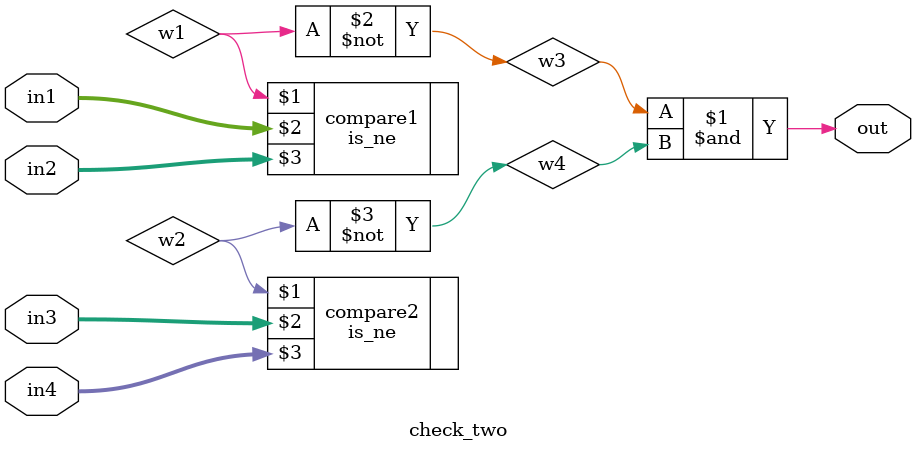
<source format=v>
module check_two(out, in1, in2, in3, in4);
	input[4:0] in1, in2, in3, in4;
	output out;
	
	wire w1, w2, w3, w4;
	
	is_ne compare1 (w1, in1, in2);
	is_ne compare2 (w2, in3, in4);
	
	not n1 (w3, w1);
	not n2 (w4, w2);
	
	and output_comparision(out, w3, w4);
	
endmodule 
</source>
